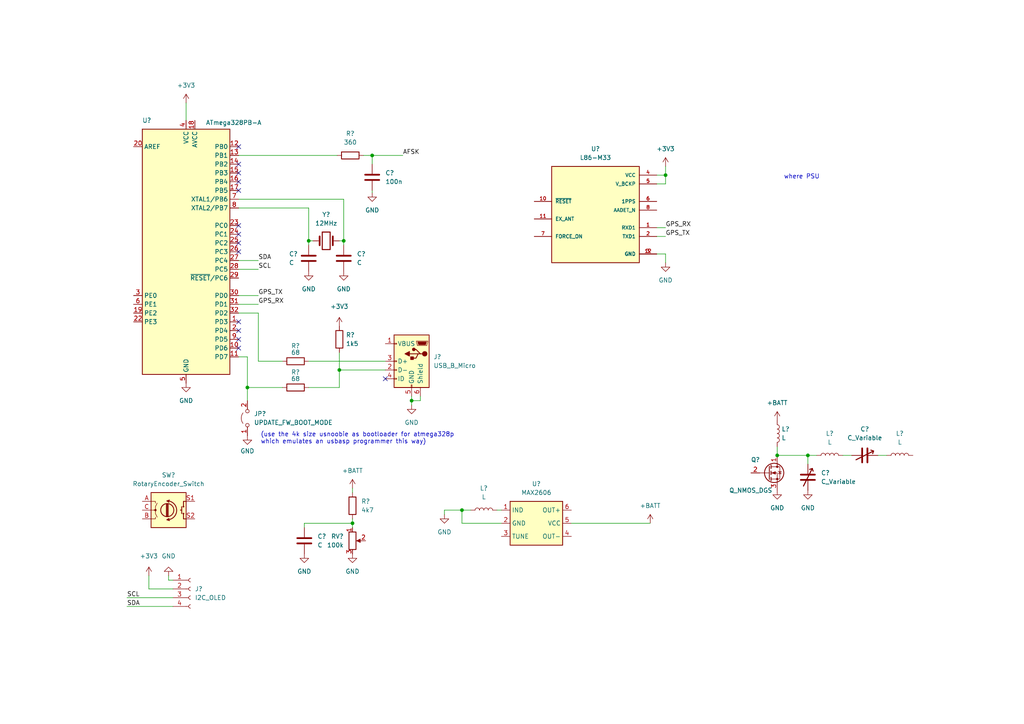
<source format=kicad_sch>
(kicad_sch (version 20211123) (generator eeschema)
  (paper "A4")
  (lib_symbols
    (symbol "Connector:Conn_01x04_Female" (pin_names (offset 1.016) hide)
      (property "Reference" "J" (at 0 5.08 0))
      (property "Value" "Conn_01x04_Female" (at 0 -7.62 0))
      (symbol "Conn_01x04_Female_1_1"
        (arc (start 0 -4.572) (mid -0.508 -5.08) (end 0 -5.588) (stroke (width 0.1524)))
        (arc (start 0 -2.032) (mid -0.508 -2.54) (end 0 -3.048) (stroke (width 0.1524)))
        (polyline (pts (xy -1.27 -5.08) (xy -0.508 -5.08)) (stroke (width 0.1524)))
        (polyline (pts (xy -1.27 -2.54) (xy -0.508 -2.54)) (stroke (width 0.1524)))
        (polyline (pts (xy -1.27 0) (xy -0.508 0)) (stroke (width 0.1524)))
        (polyline (pts (xy -1.27 2.54) (xy -0.508 2.54)) (stroke (width 0.1524)))
        (arc (start 0 0.508) (mid -0.508 0) (end 0 -0.508) (stroke (width 0.1524)))
        (arc (start 0 3.048) (mid -0.508 2.54) (end 0 2.032) (stroke (width 0.1524)))
        (pin passive line (at -5.08 2.54 0) (length 3.81) (name "Pin_1") (number "1"))
        (pin passive line (at -5.08 0 0) (length 3.81) (name "Pin_2") (number "2"))
        (pin passive line (at -5.08 -2.54 0) (length 3.81) (name "Pin_3") (number "3"))
        (pin passive line (at -5.08 -5.08 0) (length 3.81) (name "Pin_4") (number "4"))
      )
    )
    (symbol "Connector:USB_B_Micro" (pin_names (offset 1.016))
      (property "Reference" "J" (at -5.08 11.43 0))
      (property "Value" "USB_B_Micro" (at -5.08 8.89 0))
      (symbol "USB_B_Micro_0_1"
        (rectangle (start -5.08 -7.62) (end 5.08 7.62) (stroke (width 0.254)) (fill (type background)))
        (circle (center -3.81 2.159) (radius 0.635) (stroke (width 0.254)) (fill (type outline)))
        (circle (center -0.635 3.429) (radius 0.381) (stroke (width 0.254)) (fill (type outline)))
        (rectangle (start -0.127 -7.62) (end 0.127 -6.858))
        (polyline (pts (xy -1.905 2.159) (xy 0.635 2.159)) (stroke (width 0.254)))
        (polyline (pts (xy -3.175 2.159) (xy -2.54 2.159) (xy -1.27 3.429) (xy -0.635 3.429)) (stroke (width 0.254)))
        (polyline (pts (xy -2.54 2.159) (xy -1.905 2.159) (xy -1.27 0.889) (xy 0 0.889)) (stroke (width 0.254)))
        (polyline (pts (xy 0.635 2.794) (xy 0.635 1.524) (xy 1.905 2.159) (xy 0.635 2.794)) (stroke (width 0.254)) (fill (type outline)))
        (polyline (pts (xy -4.318 5.588) (xy -1.778 5.588) (xy -2.032 4.826) (xy -4.064 4.826) (xy -4.318 5.588)) (fill (type outline)))
        (polyline (pts (xy -4.699 5.842) (xy -4.699 5.588) (xy -4.445 4.826) (xy -4.445 4.572) (xy -1.651 4.572) (xy -1.651 4.826) (xy -1.397 5.588) (xy -1.397 5.842) (xy -4.699 5.842)))
        (rectangle (start 0.254 1.27) (end -0.508 0.508) (stroke (width 0.254)) (fill (type outline)))
        (rectangle (start 5.08 -5.207) (end 4.318 -4.953))
        (rectangle (start 5.08 -2.667) (end 4.318 -2.413))
        (rectangle (start 5.08 -0.127) (end 4.318 0.127))
        (rectangle (start 5.08 4.953) (end 4.318 5.207))
      )
      (symbol "USB_B_Micro_1_1"
        (pin power_out line (at 7.62 5.08 180) (length 2.54) (name "VBUS") (number "1"))
        (pin bidirectional line (at 7.62 -2.54 180) (length 2.54) (name "D-") (number "2"))
        (pin bidirectional line (at 7.62 0 180) (length 2.54) (name "D+") (number "3"))
        (pin passive line (at 7.62 -5.08 180) (length 2.54) (name "ID") (number "4"))
        (pin power_out line (at 0 -10.16 90) (length 2.54) (name "GND") (number "5"))
        (pin passive line (at -2.54 -10.16 90) (length 2.54) (name "Shield") (number "6"))
      )
    )
    (symbol "Device:C" (pin_numbers hide) (pin_names (offset 0.254))
      (property "Reference" "C" (at 0.635 2.54 0))
      (property "Value" "C" (at 0.635 -2.54 0))
      (symbol "C_0_1"
        (polyline (pts (xy -2.032 -0.762) (xy 2.032 -0.762)) (stroke (width 0.508)))
        (polyline (pts (xy -2.032 0.762) (xy 2.032 0.762)) (stroke (width 0.508)))
      )
      (symbol "C_1_1"
        (pin passive line (at 0 3.81 270) (length 2.794) (name "~") (number "1"))
        (pin passive line (at 0 -3.81 90) (length 2.794) (name "~") (number "2"))
      )
    )
    (symbol "Device:C_Variable" (pin_numbers hide) (pin_names (offset 0.254) hide)
      (property "Reference" "C" (at 0.635 -1.905 0))
      (property "Value" "C_Variable" (at 0.635 -3.81 0))
      (symbol "C_Variable_0_1"
        (polyline (pts (xy -2.032 -0.762) (xy 2.032 -0.762)) (stroke (width 0.508)))
        (polyline (pts (xy -2.032 0.762) (xy 2.032 0.762)) (stroke (width 0.508)))
        (polyline (pts (xy 1.27 2.54) (xy -1.27 -2.54)) (stroke (width 0.3048)))
        (polyline (pts (xy 1.27 2.54) (xy 0.508 2.286)) (stroke (width 0.3048)))
        (polyline (pts (xy 1.27 2.54) (xy 1.524 1.778)) (stroke (width 0.3048)))
      )
      (symbol "C_Variable_1_1"
        (pin passive line (at 0 3.81 270) (length 3.048) (name "~") (number "1"))
        (pin passive line (at 0 -3.81 90) (length 3.048) (name "~") (number "2"))
      )
    )
    (symbol "Device:Crystal" (pin_numbers hide) (pin_names (offset 1.016) hide)
      (property "Reference" "Y" (at 0 3.81 0))
      (property "Value" "Crystal" (at 0 -3.81 0))
      (symbol "Crystal_0_1"
        (rectangle (start -1.143 2.54) (end 1.143 -2.54) (stroke (width 0.3048)))
        (polyline (pts (xy -2.54 0) (xy -1.905 0)))
        (polyline (pts (xy -1.905 -1.27) (xy -1.905 1.27)) (stroke (width 0.508)))
        (polyline (pts (xy 1.905 -1.27) (xy 1.905 1.27)) (stroke (width 0.508)))
        (polyline (pts (xy 2.54 0) (xy 1.905 0)))
      )
      (symbol "Crystal_1_1"
        (pin passive line (at -3.81 0 0) (length 1.27) (name "1") (number "1"))
        (pin passive line (at 3.81 0 180) (length 1.27) (name "2") (number "2"))
      )
    )
    (symbol "Device:L" (pin_numbers hide) (pin_names (offset 1.016) hide)
      (property "Reference" "L" (at -1.27 0 90))
      (property "Value" "L" (at 1.905 0 90))
      (symbol "L_0_1"
        (arc (start 0 -2.54) (mid 0.635 -1.905) (end 0 -1.27))
        (arc (start 0 -1.27) (mid 0.635 -0.635) (end 0 0))
        (arc (start 0 0) (mid 0.635 0.635) (end 0 1.27))
        (arc (start 0 1.27) (mid 0.635 1.905) (end 0 2.54))
      )
      (symbol "L_1_1"
        (pin passive line (at 0 3.81 270) (length 1.27) (name "1") (number "1"))
        (pin passive line (at 0 -3.81 90) (length 1.27) (name "2") (number "2"))
      )
    )
    (symbol "Device:Q_NMOS_DGS" (pin_names (offset 0) hide)
      (property "Reference" "Q" (at 5.08 1.27 0))
      (property "Value" "Q_NMOS_DGS" (at 5.08 -1.27 0))
      (symbol "Q_NMOS_DGS_0_1"
        (polyline (pts (xy 0.254 0) (xy -2.54 0)))
        (polyline (pts (xy 0.254 1.905) (xy 0.254 -1.905)) (stroke (width 0.254)))
        (polyline (pts (xy 0.762 -1.27) (xy 0.762 -2.286)) (stroke (width 0.254)))
        (polyline (pts (xy 0.762 0.508) (xy 0.762 -0.508)) (stroke (width 0.254)))
        (polyline (pts (xy 0.762 2.286) (xy 0.762 1.27)) (stroke (width 0.254)))
        (polyline (pts (xy 2.54 2.54) (xy 2.54 1.778)))
        (polyline (pts (xy 2.54 -2.54) (xy 2.54 0) (xy 0.762 0)))
        (polyline (pts (xy 0.762 -1.778) (xy 3.302 -1.778) (xy 3.302 1.778) (xy 0.762 1.778)))
        (polyline (pts (xy 1.016 0) (xy 2.032 0.381) (xy 2.032 -0.381) (xy 1.016 0)) (fill (type outline)))
        (polyline (pts (xy 2.794 0.508) (xy 2.921 0.381) (xy 3.683 0.381) (xy 3.81 0.254)))
        (polyline (pts (xy 3.302 0.381) (xy 2.921 -0.254) (xy 3.683 -0.254) (xy 3.302 0.381)))
        (circle (center 1.651 0) (radius 2.794) (stroke (width 0.254)))
        (circle (center 2.54 -1.778) (radius 0.254) (fill (type outline)))
        (circle (center 2.54 1.778) (radius 0.254) (fill (type outline)))
      )
      (symbol "Q_NMOS_DGS_1_1"
        (pin passive line (at 2.54 5.08 270) (length 2.54) (name "D") (number "1"))
        (pin input line (at -5.08 0 0) (length 2.54) (name "G") (number "2"))
        (pin passive line (at 2.54 -5.08 90) (length 2.54) (name "S") (number "3"))
      )
    )
    (symbol "Device:R" (pin_numbers hide) (pin_names (offset 0))
      (property "Reference" "R" (at 2.032 0 90))
      (property "Value" "R" (at 0 0 90))
      (symbol "R_0_1"
        (rectangle (start -1.016 -2.54) (end 1.016 2.54) (stroke (width 0.254)))
      )
      (symbol "R_1_1"
        (pin passive line (at 0 3.81 270) (length 1.27) (name "~") (number "1"))
        (pin passive line (at 0 -3.81 90) (length 1.27) (name "~") (number "2"))
      )
    )
    (symbol "Device:R_Potentiometer" (pin_names (offset 1.016) hide)
      (property "Reference" "RV" (at -4.445 0 90))
      (property "Value" "R_Potentiometer" (at -2.54 0 90))
      (symbol "R_Potentiometer_0_1"
        (polyline (pts (xy 2.54 0) (xy 1.524 0)))
        (polyline (pts (xy 1.143 0) (xy 2.286 0.508) (xy 2.286 -0.508) (xy 1.143 0)) (fill (type outline)))
        (rectangle (start 1.016 2.54) (end -1.016 -2.54) (stroke (width 0.254)))
      )
      (symbol "R_Potentiometer_1_1"
        (pin passive line (at 0 3.81 270) (length 1.27) (name "1") (number "1"))
        (pin passive line (at 3.81 0 180) (length 1.27) (name "2") (number "2"))
        (pin passive line (at 0 -3.81 90) (length 1.27) (name "3") (number "3"))
      )
    )
    (symbol "Device:RotaryEncoder_Switch" (pin_names (offset 0.254) hide)
      (property "Reference" "SW" (at 0 6.604 0))
      (property "Value" "RotaryEncoder_Switch" (at 0 -6.604 0))
      (symbol "RotaryEncoder_Switch_0_1"
        (rectangle (start -5.08 5.08) (end 5.08 -5.08) (stroke (width 0.254)) (fill (type background)))
        (circle (center -3.81 0) (radius 0.254) (fill (type outline)))
        (arc (start -0.381 -2.794) (mid 2.3622 -0.0508) (end -0.381 2.667) (stroke (width 0.254)))
        (circle (center -0.381 0) (radius 1.905) (stroke (width 0.254)))
        (polyline (pts (xy -0.635 -1.778) (xy -0.635 1.778)) (stroke (width 0.254)))
        (polyline (pts (xy -0.381 -1.778) (xy -0.381 1.778)) (stroke (width 0.254)))
        (polyline (pts (xy -0.127 1.778) (xy -0.127 -1.778)) (stroke (width 0.254)))
        (polyline (pts (xy 3.81 0) (xy 3.429 0)) (stroke (width 0.254)))
        (polyline (pts (xy 3.81 1.016) (xy 3.81 -1.016)) (stroke (width 0.254)))
        (polyline (pts (xy -5.08 -2.54) (xy -3.81 -2.54) (xy -3.81 -2.032)))
        (polyline (pts (xy -5.08 2.54) (xy -3.81 2.54) (xy -3.81 2.032)))
        (polyline (pts (xy 0.254 -3.048) (xy -0.508 -2.794) (xy 0.127 -2.413)) (stroke (width 0.254)))
        (polyline (pts (xy 0.254 2.921) (xy -0.508 2.667) (xy 0.127 2.286)) (stroke (width 0.254)))
        (polyline (pts (xy 5.08 -2.54) (xy 4.318 -2.54) (xy 4.318 -1.016)) (stroke (width 0.254)))
        (polyline (pts (xy 5.08 2.54) (xy 4.318 2.54) (xy 4.318 1.016)) (stroke (width 0.254)))
        (polyline (pts (xy -5.08 0) (xy -3.81 0) (xy -3.81 -1.016) (xy -3.302 -2.032)))
        (polyline (pts (xy -4.318 0) (xy -3.81 0) (xy -3.81 1.016) (xy -3.302 2.032)))
        (circle (center 4.318 -1.016) (radius 0.127) (stroke (width 0.254)))
        (circle (center 4.318 1.016) (radius 0.127) (stroke (width 0.254)))
      )
      (symbol "RotaryEncoder_Switch_1_1"
        (pin passive line (at -7.62 2.54 0) (length 2.54) (name "A") (number "A"))
        (pin passive line (at -7.62 -2.54 0) (length 2.54) (name "B") (number "B"))
        (pin passive line (at -7.62 0 0) (length 2.54) (name "C") (number "C"))
        (pin passive line (at 7.62 2.54 180) (length 2.54) (name "S1") (number "S1"))
        (pin passive line (at 7.62 -2.54 180) (length 2.54) (name "S2") (number "S2"))
      )
    )
    (symbol "Jumper:Jumper_2_Open" (pin_names (offset 0) hide)
      (property "Reference" "JP" (at 0 2.794 0))
      (property "Value" "Jumper_2_Open" (at 0 -2.286 0))
      (symbol "Jumper_2_Open_0_0"
        (circle (center -2.032 0) (radius 0.508))
        (circle (center 2.032 0) (radius 0.508))
      )
      (symbol "Jumper_2_Open_0_1"
        (arc (start 1.524 1.27) (mid 0 1.778) (end -1.524 1.27))
      )
      (symbol "Jumper_2_Open_1_1"
        (pin passive line (at -5.08 0 0) (length 2.54) (name "A") (number "1"))
        (pin passive line (at 5.08 0 180) (length 2.54) (name "B") (number "2"))
      )
    )
    (symbol "L86-M33:L86-M33" (pin_names (offset 1.016))
      (property "Reference" "U" (at -12.7 12.7 0))
      (property "Value" "L86-M33" (at -12.7254 -17.8054 0))
      (symbol "L86-M33_0_0"
        (rectangle (start -12.7 -15.24) (end 12.7 12.7) (stroke (width 0.254)) (fill (type background)))
        (pin input line (at 17.78 -5.08 180) (length 5.08) (name "RXD1") (number "1"))
        (pin input line (at -17.78 2.54 0) (length 5.08) (name "~{RESET}") (number "10"))
        (pin input line (at -17.78 -2.54 0) (length 5.08) (name "EX_ANT") (number "11"))
        (pin passive line (at 17.78 -12.7 180) (length 5.08) (name "GND") (number "12"))
        (pin output line (at 17.78 -7.62 180) (length 5.08) (name "TXD1") (number "2"))
        (pin passive line (at 17.78 -12.7 180) (length 5.08) (name "GND") (number "3"))
        (pin power_in line (at 17.78 10.16 180) (length 5.08) (name "VCC") (number "4"))
        (pin power_in line (at 17.78 7.62 180) (length 5.08) (name "V_BCKP") (number "5"))
        (pin output line (at 17.78 2.54 180) (length 5.08) (name "1PPS") (number "6"))
        (pin input line (at -17.78 -7.62 0) (length 5.08) (name "FORCE_ON") (number "7"))
        (pin output line (at 17.78 0 180) (length 5.08) (name "AADET_N") (number "8"))
      )
    )
    (symbol "MAX2606:MAX2606"
      (property "Reference" "U" (at -6.35 7.62 0))
      (property "Value" "MAX2606" (at 2.54 7.62 0))
      (symbol "MAX2606_0_1"
        (rectangle (start -7.62 6.35) (end 7.62 -6.35) (stroke (width 0.254)) (fill (type background)))
      )
      (symbol "MAX2606_1_1"
        (pin passive line (at -10.16 3.81 0) (length 2.54) (name "IND") (number "1"))
        (pin power_in line (at -10.16 0 0) (length 2.54) (name "GND") (number "2"))
        (pin input line (at -10.16 -3.81 0) (length 2.54) (name "TUNE") (number "3"))
        (pin output line (at 10.16 -3.81 180) (length 2.54) (name "OUT-") (number "4"))
        (pin power_in line (at 10.16 0 180) (length 2.54) (name "VCC") (number "5"))
        (pin output line (at 10.16 3.81 180) (length 2.54) (name "OUT+") (number "6"))
      )
    )
    (symbol "MCU_Microchip_ATmega:ATmega328PB-A"
      (property "Reference" "U" (at -12.7 36.83 0))
      (property "Value" "ATmega328PB-A" (at 2.54 -36.83 0))
      (symbol "ATmega328PB-A_0_1"
        (rectangle (start -12.7 -35.56) (end 12.7 35.56) (stroke (width 0.254)) (fill (type background)))
      )
      (symbol "ATmega328PB-A_1_1"
        (pin bidirectional line (at 15.24 -20.32 180) (length 2.54) (name "PD3") (number "1"))
        (pin bidirectional line (at 15.24 -27.94 180) (length 2.54) (name "PD6") (number "10"))
        (pin bidirectional line (at 15.24 -30.48 180) (length 2.54) (name "PD7") (number "11"))
        (pin bidirectional line (at 15.24 30.48 180) (length 2.54) (name "PB0") (number "12"))
        (pin bidirectional line (at 15.24 27.94 180) (length 2.54) (name "PB1") (number "13"))
        (pin bidirectional line (at 15.24 25.4 180) (length 2.54) (name "PB2") (number "14"))
        (pin bidirectional line (at 15.24 22.86 180) (length 2.54) (name "PB3") (number "15"))
        (pin bidirectional line (at 15.24 20.32 180) (length 2.54) (name "PB4") (number "16"))
        (pin bidirectional line (at 15.24 17.78 180) (length 2.54) (name "PB5") (number "17"))
        (pin power_in line (at 2.54 38.1 270) (length 2.54) (name "AVCC") (number "18"))
        (pin bidirectional line (at -15.24 -17.78 0) (length 2.54) (name "PE2") (number "19"))
        (pin bidirectional line (at 15.24 -22.86 180) (length 2.54) (name "PD4") (number "2"))
        (pin passive line (at -15.24 30.48 0) (length 2.54) (name "AREF") (number "20"))
        (pin passive line (at 0 -38.1 90) (length 2.54) hide (name "GND") (number "21"))
        (pin bidirectional line (at -15.24 -20.32 0) (length 2.54) (name "PE3") (number "22"))
        (pin bidirectional line (at 15.24 7.62 180) (length 2.54) (name "PC0") (number "23"))
        (pin bidirectional line (at 15.24 5.08 180) (length 2.54) (name "PC1") (number "24"))
        (pin bidirectional line (at 15.24 2.54 180) (length 2.54) (name "PC2") (number "25"))
        (pin bidirectional line (at 15.24 0 180) (length 2.54) (name "PC3") (number "26"))
        (pin bidirectional line (at 15.24 -2.54 180) (length 2.54) (name "PC4") (number "27"))
        (pin bidirectional line (at 15.24 -5.08 180) (length 2.54) (name "PC5") (number "28"))
        (pin bidirectional line (at 15.24 -7.62 180) (length 2.54) (name "~{RESET}/PC6") (number "29"))
        (pin bidirectional line (at -15.24 -12.7 0) (length 2.54) (name "PE0") (number "3"))
        (pin bidirectional line (at 15.24 -12.7 180) (length 2.54) (name "PD0") (number "30"))
        (pin bidirectional line (at 15.24 -15.24 180) (length 2.54) (name "PD1") (number "31"))
        (pin bidirectional line (at 15.24 -17.78 180) (length 2.54) (name "PD2") (number "32"))
        (pin power_in line (at 0 38.1 270) (length 2.54) (name "VCC") (number "4"))
        (pin power_in line (at 0 -38.1 90) (length 2.54) (name "GND") (number "5"))
        (pin bidirectional line (at -15.24 -15.24 0) (length 2.54) (name "PE1") (number "6"))
        (pin bidirectional line (at 15.24 15.24 180) (length 2.54) (name "XTAL1/PB6") (number "7"))
        (pin bidirectional line (at 15.24 12.7 180) (length 2.54) (name "XTAL2/PB7") (number "8"))
        (pin bidirectional line (at 15.24 -25.4 180) (length 2.54) (name "PD5") (number "9"))
      )
    )
    (symbol "power:+3V3" (power) (pin_names (offset 0))
      (property "Value" "+3V3" (at 0 3.556 0))
      (symbol "+3V3_0_1"
        (polyline (pts (xy -0.762 1.27) (xy 0 2.54)))
        (polyline (pts (xy 0 0) (xy 0 2.54)))
        (polyline (pts (xy 0 2.54) (xy 0.762 1.27)))
      )
      (symbol "+3V3_1_1"
        (pin power_in line (at 0 0 90) (length 0) hide (name "+3V3") (number "1"))
      )
    )
    (symbol "power:+BATT" (power) (pin_names (offset 0))
      (property "Value" "+BATT" (at 0 3.556 0))
      (symbol "+BATT_0_1"
        (polyline (pts (xy -0.762 1.27) (xy 0 2.54)))
        (polyline (pts (xy 0 0) (xy 0 2.54)))
        (polyline (pts (xy 0 2.54) (xy 0.762 1.27)))
      )
      (symbol "+BATT_1_1"
        (pin power_in line (at 0 0 90) (length 0) hide (name "+BATT") (number "1"))
      )
    )
    (symbol "power:GND" (power) (pin_names (offset 0))
      (property "Value" "GND" (at 0 -3.81 0))
      (symbol "GND_0_1"
        (polyline (pts (xy 0 0) (xy 0 -1.27) (xy 1.27 -1.27) (xy 0 -2.54) (xy -1.27 -1.27) (xy 0 -1.27)))
      )
      (symbol "GND_1_1"
        (pin power_in line (at 0 0 270) (length 0) hide (name "GND") (number "1"))
      )
    )
  )
  (junction (at 193.04 50.8))
  (junction (at 225.425 132.08))
  (junction (at 102.235 151.765))
  (junction (at 71.755 112.395))
  (junction (at 89.535 69.85))
  (junction (at 99.695 69.85))
  (junction (at 107.95 45.085))
  (junction (at 98.425 107.315))
  (junction (at 119.38 116.205))
  (junction (at 133.985 147.955))
  (junction (at 234.315 132.08))
  (no_connect (at 69.215 93.345))
  (no_connect (at 111.76 109.855))
  (no_connect (at 69.215 98.425))
  (no_connect (at 69.215 100.965))
  (no_connect (at 69.215 95.885))
  (no_connect (at 69.215 65.405))
  (no_connect (at 69.215 67.945))
  (no_connect (at 69.215 70.485))
  (no_connect (at 69.215 73.025))
  (no_connect (at 69.215 42.545))
  (no_connect (at 69.215 47.625))
  (no_connect (at 69.215 52.705))
  (no_connect (at 69.215 55.245))
  (no_connect (at 69.215 50.165))
  (wire (pts (xy 225.425 132.08) (xy 234.315 132.08)))
  (wire (pts (xy 98.425 69.85) (xy 99.695 69.85)))
  (wire (pts (xy 71.755 103.505) (xy 71.755 112.395)))
  (wire (pts (xy 234.315 134.62) (xy 234.315 132.08)))
  (wire (pts (xy 88.265 151.765) (xy 88.265 153.035)))
  (wire (pts (xy 107.95 45.085) (xy 107.95 47.625)))
  (wire (pts (xy 89.535 69.85) (xy 90.805 69.85)))
  (wire (pts (xy 69.215 45.085) (xy 97.79 45.085)))
  (wire (pts (xy 193.04 50.8) (xy 193.04 48.26)))
  (wire (pts (xy 36.83 173.355) (xy 50.165 173.355)))
  (wire (pts (xy 69.215 57.785) (xy 99.695 57.785)))
  (wire (pts (xy 74.93 90.805) (xy 74.93 104.775)))
  (wire (pts (xy 69.215 103.505) (xy 71.755 103.505)))
  (wire (pts (xy 225.425 129.54) (xy 225.425 132.08)))
  (wire (pts (xy 48.895 168.275) (xy 50.165 168.275)))
  (wire (pts (xy 88.265 151.765) (xy 102.235 151.765)))
  (wire (pts (xy 53.975 29.845) (xy 53.975 34.925)))
  (wire (pts (xy 121.92 116.205) (xy 121.92 114.935)))
  (wire (pts (xy 89.535 112.395) (xy 98.425 112.395)))
  (wire (pts (xy 254.635 132.08) (xy 257.175 132.08)))
  (wire (pts (xy 99.695 69.85) (xy 99.695 71.12)))
  (wire (pts (xy 89.535 71.12) (xy 89.535 69.85)))
  (wire (pts (xy 69.215 88.265) (xy 74.93 88.265)))
  (wire (pts (xy 102.235 151.765) (xy 102.235 153.035)))
  (wire (pts (xy 89.535 60.325) (xy 89.535 69.85)))
  (wire (pts (xy 145.415 147.955) (xy 144.145 147.955)))
  (wire (pts (xy 234.315 132.08) (xy 236.855 132.08)))
  (wire (pts (xy 69.215 60.325) (xy 89.535 60.325)))
  (wire (pts (xy 128.905 147.955) (xy 133.985 147.955)))
  (wire (pts (xy 71.755 112.395) (xy 81.915 112.395)))
  (wire (pts (xy 89.535 104.775) (xy 111.76 104.775)))
  (wire (pts (xy 98.425 102.235) (xy 98.425 107.315)))
  (wire (pts (xy 102.235 150.495) (xy 102.235 151.765)))
  (wire (pts (xy 244.475 132.08) (xy 247.015 132.08)))
  (wire (pts (xy 190.5 50.8) (xy 193.04 50.8)))
  (wire (pts (xy 71.755 116.205) (xy 71.755 112.395)))
  (wire (pts (xy 69.215 75.565) (xy 74.93 75.565)))
  (wire (pts (xy 105.41 45.085) (xy 107.95 45.085)))
  (wire (pts (xy 193.04 53.34) (xy 193.04 50.8)))
  (wire (pts (xy 133.985 147.955) (xy 133.985 151.765)))
  (wire (pts (xy 128.905 149.225) (xy 128.905 147.955)))
  (wire (pts (xy 165.735 151.765) (xy 188.595 151.765)))
  (wire (pts (xy 190.5 53.34) (xy 193.04 53.34)))
  (wire (pts (xy 74.93 104.775) (xy 81.915 104.775)))
  (wire (pts (xy 119.38 114.935) (xy 119.38 116.205)))
  (wire (pts (xy 107.95 45.085) (xy 116.84 45.085)))
  (wire (pts (xy 69.215 78.105) (xy 74.93 78.105)))
  (wire (pts (xy 36.83 175.895) (xy 50.165 175.895)))
  (wire (pts (xy 43.18 167.005) (xy 43.18 170.815)))
  (wire (pts (xy 133.985 147.955) (xy 136.525 147.955)))
  (wire (pts (xy 193.04 68.58) (xy 190.5 68.58)))
  (wire (pts (xy 69.215 90.805) (xy 74.93 90.805)))
  (wire (pts (xy 193.04 66.04) (xy 190.5 66.04)))
  (wire (pts (xy 102.235 141.605) (xy 102.235 142.875)))
  (wire (pts (xy 48.895 167.005) (xy 48.895 168.275)))
  (wire (pts (xy 98.425 107.315) (xy 98.425 112.395)))
  (wire (pts (xy 107.95 55.245) (xy 107.95 55.88)))
  (wire (pts (xy 43.18 170.815) (xy 50.165 170.815)))
  (wire (pts (xy 133.985 151.765) (xy 145.415 151.765)))
  (wire (pts (xy 69.215 85.725) (xy 74.93 85.725)))
  (wire (pts (xy 190.5 73.66) (xy 193.04 73.66)))
  (wire (pts (xy 119.38 116.205) (xy 119.38 117.475)))
  (wire (pts (xy 193.04 73.66) (xy 193.04 76.2)))
  (wire (pts (xy 119.38 116.205) (xy 121.92 116.205)))
  (wire (pts (xy 111.76 107.315) (xy 98.425 107.315)))
  (wire (pts (xy 99.695 57.785) (xy 99.695 69.85)))
  (text "(use the 4k size usnoobie as bootloader for atmega328p\nwhich emulates an usbasp programmer this way)" (at 75.565 128.905 0) (effects (font (size 1.27 1.27)) (justify left bottom)))
  (text "where PSU\n" (at 227.33 52.07 0) (effects (font (size 1.27 1.27)) (justify left bottom)))
  (label "SCL" (at 74.93 78.105 0))
  (label "GPS_TX" (at 193.04 68.58 0))
  (label "GPS_RX" (at 74.93 88.265 0))
  (label "GPS_RX" (at 193.04 66.04 0))
  (label "AFSK" (at 116.84 45.085 0))
  (label "SCL" (at 36.83 173.355 0))
  (label "SDA" (at 74.93 75.565 0))
  (label "GPS_TX" (at 74.93 85.725 0))
  (label "SDA" (at 36.83 175.895 0))
  (symbol (lib_id "Device:R") (at 85.725 112.395 90) (unit 1)
    (property "Reference" "R?" (at 85.725 107.95 90))
    (property "Value" "68" (at 85.725 109.855 90))
  )
  (symbol (lib_id "Device:C") (at 89.535 74.93 0) (unit 1)
    (property "Reference" "C?" (at 83.82 73.66 0) (effects (justify left)))
    (property "Value" "C" (at 83.82 76.2 0) (effects (justify left)))
  )
  (symbol (lib_id "Connector:Conn_01x04_Female") (at 55.245 170.815 0) (unit 1)
    (property "Reference" "J?" (at 56.515 170.8149 0) (effects (justify left)))
    (property "Value" "I2C_OLED" (at 56.515 173.3549 0) (effects (justify left)))
  )
  (symbol (lib_id "Device:C") (at 107.95 51.435 0) (unit 1)
    (property "Reference" "C?" (at 111.76 50.1649 0) (effects (justify left)))
    (property "Value" "100n" (at 111.76 52.7049 0) (effects (justify left)))
  )
  (symbol (lib_id "Device:L") (at 140.335 147.955 90) (unit 1)
    (property "Reference" "L?" (at 140.335 141.605 90))
    (property "Value" "L" (at 140.335 144.145 90))
  )
  (symbol (lib_id "Device:L") (at 260.985 132.08 90) (unit 1)
    (property "Reference" "L?" (at 260.985 125.73 90))
    (property "Value" "L" (at 260.985 128.27 90))
  )
  (symbol (lib_id "Jumper:Jumper_2_Open") (at 71.755 121.285 90) (unit 1)
    (property "Reference" "JP?" (at 73.66 120.0149 90) (effects (justify right)))
    (property "Value" "UPDATE_FW_BOOT_MODE" (at 73.66 122.5549 90) (effects (justify right)))
  )
  (symbol (lib_id "power:+3V3") (at 98.425 94.615 0) (unit 1)
    (property "Reference" "#PWR?" (effects hide))
    (property "Value" "+3V3" (at 98.425 88.9 0))
  )
  (symbol (lib_id "power:+3V3") (at 43.18 167.005 0) (unit 1)
    (property "Reference" "#PWR?" (effects hide))
    (property "Value" "+3V3" (at 43.18 161.29 0))
  )
  (symbol (lib_id "power:+BATT") (at 102.235 141.605 0) (unit 1)
    (property "Reference" "#PWR?" (effects hide))
    (property "Value" "+BATT" (at 102.235 136.525 0))
  )
  (symbol (lib_id "Connector:USB_B_Micro") (at 119.38 104.775 0) (mirror y) (unit 1)
    (property "Reference" "J?" (at 125.73 103.5049 0) (effects (justify right)))
    (property "Value" "USB_B_Micro" (at 125.73 106.0449 0) (effects (justify right)))
  )
  (symbol (lib_id "power:+3V3") (at 193.04 48.26 0) (unit 1)
    (property "Reference" "#PWR?" (effects hide))
    (property "Value" "+3V3" (at 193.04 43.18 0))
  )
  (symbol (lib_id "Device:RotaryEncoder_Switch") (at 48.895 147.955 0) (unit 1)
    (property "Reference" "SW?" (at 48.895 137.795 0))
    (property "Value" "RotaryEncoder_Switch" (at 48.895 140.335 0))
  )
  (symbol (lib_id "Device:C_Variable") (at 250.825 132.08 270) (mirror x) (unit 1)
    (property "Reference" "C?" (at 250.825 124.46 90))
    (property "Value" "C_Variable" (at 250.825 127 90))
  )
  (symbol (lib_id "Device:R") (at 85.725 104.775 90) (unit 1)
    (property "Reference" "R?" (at 85.725 100.33 90))
    (property "Value" "68" (at 85.725 102.235 90))
  )
  (symbol (lib_id "power:GND") (at 89.535 78.74 0) (unit 1)
    (property "Reference" "#PWR?" (effects hide))
    (property "Value" "GND" (at 89.535 83.82 0))
  )
  (symbol (lib_id "power:+BATT") (at 225.425 121.92 0) (unit 1)
    (property "Reference" "#PWR?" (effects hide))
    (property "Value" "+BATT" (at 225.425 116.84 0))
  )
  (symbol (lib_id "Device:R") (at 101.6 45.085 90) (unit 1)
    (property "Reference" "R?" (at 101.6 38.735 90))
    (property "Value" "360" (at 101.6 41.275 90))
  )
  (symbol (lib_id "MCU_Microchip_ATmega:ATmega328PB-A") (at 53.975 73.025 0) (unit 1)
    (property "Reference" "U?" (at 41.275 34.925 0) (effects (justify left)))
    (property "Value" "ATmega328PB-A" (at 59.69 35.56 0) (effects (justify left)))
    (property "Footprint" "Package_QFP:TQFP-32_7x7mm_P0.8mm" (effects hide))
    (property "Datasheet" "http://ww1.microchip.com/downloads/en/DeviceDoc/40001906C.pdf" (effects hide))
  )
  (symbol (lib_id "power:GND") (at 128.905 149.225 0) (unit 1)
    (property "Reference" "#PWR?" (effects hide))
    (property "Value" "GND" (at 128.905 154.305 0))
  )
  (symbol (lib_id "Device:R") (at 102.235 146.685 0) (unit 1)
    (property "Reference" "R?" (at 104.775 145.4149 0) (effects (justify left)))
    (property "Value" "4k7" (at 104.775 147.9549 0) (effects (justify left)))
  )
  (symbol (lib_id "power:GND") (at 102.235 160.655 0) (unit 1)
    (property "Reference" "#PWR?" (effects hide))
    (property "Value" "GND" (at 102.235 165.735 0))
  )
  (symbol (lib_id "Device:Q_NMOS_DGS") (at 222.885 137.16 0) (unit 1)
    (property "Reference" "Q?" (at 217.805 133.35 0) (effects (justify left)))
    (property "Value" "Q_NMOS_DGS" (at 211.455 142.24 0) (effects (justify left)))
  )
  (symbol (lib_id "power:GND") (at 48.895 167.005 180) (unit 1)
    (property "Reference" "#PWR?" (effects hide))
    (property "Value" "GND" (at 48.895 161.29 0))
  )
  (symbol (lib_id "Device:L") (at 240.665 132.08 90) (unit 1)
    (property "Reference" "L?" (at 240.665 125.73 90))
    (property "Value" "L" (at 240.665 128.27 90))
  )
  (symbol (lib_id "Device:L") (at 225.425 125.73 0) (unit 1)
    (property "Reference" "L?" (at 226.695 124.4599 0) (effects (justify left)))
    (property "Value" "L" (at 226.695 126.9999 0) (effects (justify left)))
  )
  (symbol (lib_id "Device:R_Potentiometer") (at 102.235 156.845 0) (unit 1)
    (property "Reference" "RV?" (at 99.695 155.5749 0) (effects (justify right)))
    (property "Value" "100k" (at 99.695 158.1149 0) (effects (justify right)))
  )
  (symbol (lib_id "power:GND") (at 71.755 126.365 0) (unit 1)
    (property "Reference" "#PWR?" (effects hide))
    (property "Value" "GND" (at 71.755 130.81 0))
  )
  (symbol (lib_id "power:+3V3") (at 53.975 29.845 0) (unit 1)
    (property "Reference" "#PWR?" (effects hide))
    (property "Value" "+3V3" (at 53.975 24.765 0))
  )
  (symbol (lib_id "power:GND") (at 225.425 142.24 0) (unit 1)
    (property "Reference" "#PWR?" (effects hide))
    (property "Value" "GND" (at 225.425 147.32 0))
  )
  (symbol (lib_id "power:GND") (at 234.315 142.24 0) (unit 1)
    (property "Reference" "#PWR?" (effects hide))
    (property "Value" "GND" (at 234.315 147.32 0))
  )
  (symbol (lib_id "power:GND") (at 119.38 117.475 0) (unit 1)
    (property "Reference" "#PWR?" (effects hide))
    (property "Value" "GND" (at 119.38 122.555 0))
  )
  (symbol (lib_id "power:+BATT") (at 188.595 151.765 0) (unit 1)
    (property "Reference" "#PWR?" (effects hide))
    (property "Value" "+BATT" (at 188.595 146.685 0))
  )
  (symbol (lib_id "Device:Crystal") (at 94.615 69.85 0) (unit 1)
    (property "Reference" "Y?" (at 94.615 62.23 0))
    (property "Value" "12MHz" (at 94.615 64.77 0))
  )
  (symbol (lib_id "Device:C_Variable") (at 234.315 138.43 0) (unit 1)
    (property "Reference" "C?" (at 238.125 137.1599 0) (effects (justify left)))
    (property "Value" "C_Variable" (at 238.125 139.6999 0) (effects (justify left)))
  )
  (symbol (lib_id "power:GND") (at 193.04 76.2 0) (unit 1)
    (property "Reference" "#PWR?" (effects hide))
    (property "Value" "GND" (at 193.04 81.28 0))
  )
  (symbol (lib_id "L86-M33:L86-M33") (at 172.72 60.96 0) (unit 1)
    (property "Reference" "U?" (at 172.72 43.18 0))
    (property "Value" "L86-M33" (at 172.72 45.72 0))
    (property "Footprint" "XCVR_L86-M33" (effects hide))
    (property "PACKAGE" "None" (effects hide))
    (property "DESCRIPTION" "L86 is an ultra-compact GNSS POT _Patch on Top_ module with an embedded 18.4mm × 18.4mm × 4.0mm patch antenna and utilizes the MediaTek new generation GNSS chipset MT3333 that achieves the perfect performance" (effects hide))
    (property "MP" "L86" (effects hide))
    (property "MF" "Quectel" (effects hide))
    (property "PRICE" "None" (effects hide))
    (property "AVAILABILITY" "Unavailable" (effects hide))
  )
  (symbol (lib_id "power:GND") (at 53.975 111.125 0) (unit 1)
    (property "Reference" "#PWR?" (effects hide))
    (property "Value" "GND" (at 53.975 116.205 0))
  )
  (symbol (lib_id "power:GND") (at 88.265 160.655 0) (unit 1)
    (property "Reference" "#PWR?" (effects hide))
    (property "Value" "GND" (at 88.265 165.735 0))
  )
  (symbol (lib_id "Device:C") (at 99.695 74.93 0) (unit 1)
    (property "Reference" "C?" (at 103.505 73.6599 0) (effects (justify left)))
    (property "Value" "C" (at 103.505 76.1999 0) (effects (justify left)))
  )
  (symbol (lib_id "power:GND") (at 107.95 55.88 0) (unit 1)
    (property "Reference" "#PWR?" (effects hide))
    (property "Value" "GND" (at 107.95 60.96 0))
  )
  (symbol (lib_id "Device:C") (at 88.265 156.845 0) (unit 1)
    (property "Reference" "C?" (at 92.075 155.5749 0) (effects (justify left)))
    (property "Value" "C" (at 92.075 158.1149 0) (effects (justify left)))
  )
  (symbol (lib_id "power:GND") (at 99.695 78.74 0) (unit 1)
    (property "Reference" "#PWR?" (effects hide))
    (property "Value" "GND" (at 99.695 83.82 0))
  )
  (symbol (lib_id "Device:R") (at 98.425 98.425 0) (unit 1)
    (property "Reference" "R?" (at 100.33 97.1549 0) (effects (justify left)))
    (property "Value" "1k5" (at 100.33 99.6949 0) (effects (justify left)))
  )
  (symbol (lib_id "MAX2606:MAX2606") (at 155.575 151.765 0) (unit 1)
    (property "Reference" "U?" (at 155.575 140.335 0))
    (property "Value" "MAX2606" (at 155.575 142.875 0))
  )
)
</source>
